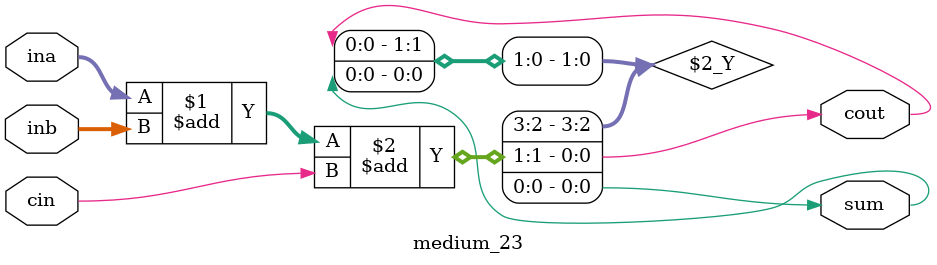
<source format=v>
module medium_23(
    output sum,
    output cout,
    input[3:0] ina,
    input[3:0] inb,
    input cin
  );
    assign {cout,sum}=ina+inb+cin;
endmodule
</source>
